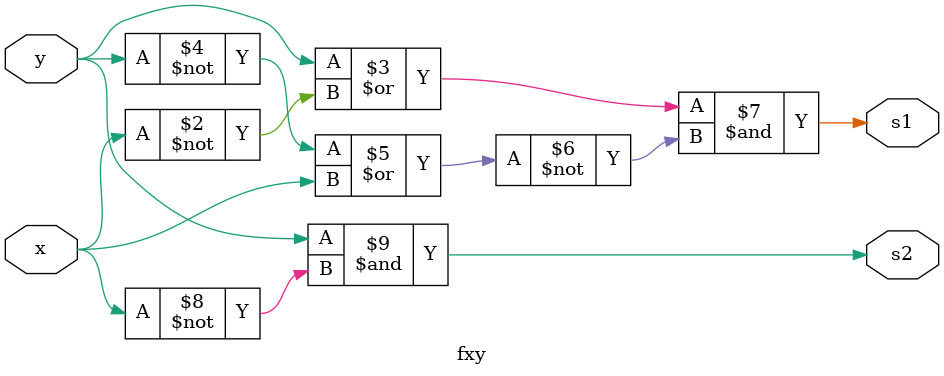
<source format=v>
/*
	Guia_0402e.v
	842536 - Mateus Henrique Medeiros Diniz
*/

module Guia_0402e;
	reg x, y;
	wire s1;
	wire s2;
	
	fxy f ( s1, s2, x, y);
	
	initial 
	begin: main
		integer i;

		$display("s1 = (x' . y)' + (x' + y)'");
		$display("s2 = x + y'");
		$display("x y | s1 | s2");
		$monitor("%b %b | %b  | %b", x, y, s1, s2);
		
		x = 0;
		y = 0;
		
		for(i = 0; i < 3; i++) begin
			#1;
			y = ~y;
			if((i + 1) % 2 == 0) begin
				x = ~x;
			end
		end
	end
endmodule

module fxy (output s1, s2, input x, y);
	assign s1 = (y | ~x) & ~(~y | x);
	assign s2 = y & ~x;
endmodule
</source>
